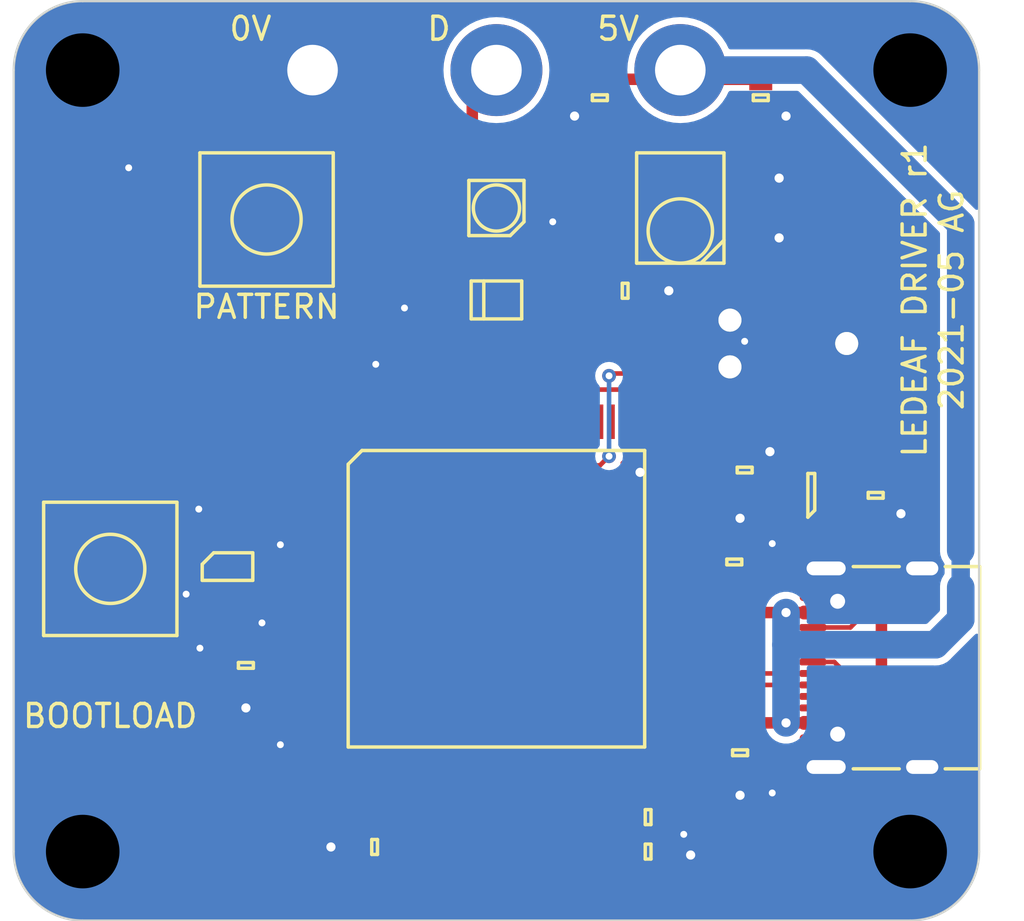
<source format=kicad_pcb>
(kicad_pcb (version 20221018) (generator pcbnew)
  (title_block (title "LEDEAF Driver PCB") (date "2021-05-23") (rev "1") (comment 1 "Drawn By: AG"))
  (layers (0 "F.Cu" signal) (31 "B.Cu" signal) (34 "B.Paste" user) (35 "F.Paste" user) (36 "B.SilkS" user "B.Silkscreen") (37 "F.SilkS" user "F.Silkscreen") (38 "B.Mask" user) (39 "F.Mask" user) (44 "Edge.Cuts" user))
  (net 0 "")
  (net 1 "GND")
  (net 2 "3v3")
  (net 3 "5v")
  (net 4 "Net-(C12-Pad2)")
  (net 5 "Net-(C13-Pad2)")
  (net 6 "Net-(C14-Pad2)")
  (net 7 "Net-(C15-Pad1)")
  (net 8 "/NRST")
  (net 9 "/IR")
  (net 10 "/DOUT")
  (net 11 "/LED")
  (net 20 "Net-(Y1-Pad3)")
  (net 26 "/USER_SW")
  (net 49 "Net-(R5-Pad1)")
  (net 68 "/USB_D-")
  (net 69 "/USB_D+")
  (net 70 "/SWDIO")
  (net 71 "/SWCLK")
  (net 84 "/SWO")
  (net 87 "Net-(R6-Pad1)")
  (net 92 "Net-(J1-PadA5)")
  (net 94 "Net-(J1-PadB5)")
  (footprint "agg:0402" (layer "F.Cu") (at 139.985 81.88 90)
    (fp_text reference "R2")
    (fp_text value "5k1")
  )
  (footprint "agg:0402" (layer "F.Cu") (at 122.7 92.4 180)
    (fp_text reference "C8")
    (fp_text value "100n")
  )
  (footprint "agg:0402" (layer "F.Cu") (at 118.6 79.6 -90)
    (fp_text reference "C21")
    (fp_text value "100n")
  )
  (footprint "agg:0402" (layer "F.Cu") (at 118.6 86 -90)
    (fp_text reference "C7")
    (fp_text value "100n")
  )
  (footprint "agg:0402" (layer "F.Cu") (at 122.3 73.6)
    (fp_text reference "C11")
    (fp_text value "100n")
  )
  (footprint "agg:M3_HOLE" (layer "F.Cu") (at 110 60)
    (fp_text reference "X4" hide)
    (fp_text value "MOUNT" hide)
  )
  (footprint "agg:0603" (layer "F.Cu") (at 139.5 61.2 90)
    (fp_text reference "C19")
    (fp_text value "2µ2")
  )
  (footprint "agg:SW_MOM_6X6" (layer "F.Cu") (at 111.2 81.7 90)
    (fp_text reference "SW2")
    (fp_text value "BOOTLOAD")
  )
  (footprint "agg:0402" (layer "F.Cu") (at 133.1 72.2)
    (fp_text reference "R3")
    (fp_text value "10k")
  )
  (footprint "agg:0402" (layer "F.Cu") (at 118.6 81.7 90)
    (fp_text reference "C6")
    (fp_text value "100n")
  )
  (footprint "agg:SOD-123" (layer "F.Cu") (at 128 70)
    (fp_text reference "D1")
    (fp_text value "1N4148W")
  )
  (footprint "agg:0402" (layer "F.Cu") (at 118.6 88.1 -90)
    (fp_text reference "C22")
    (fp_text value "100n")
  )
  (footprint "agg:0603" (layer "F.Cu") (at 132.5 61.2 90)
    (fp_text reference "C18")
    (fp_text value "2µ2")
  )
  (footprint "agg:0402" (layer "F.Cu") (at 133.1 71 180)
    (fp_text reference "R4")
    (fp_text value "100")
  )
  (footprint "agg:M3_HOLE" (layer "F.Cu") (at 146 94)
    (fp_text reference "X1" hide)
    (fp_text value "MOUNT" hide)
  )
  (footprint "agg:0603" (layer "F.Cu") (at 134.6 94 180)
    (fp_text reference "C12")
    (fp_text value "2µ2")
  )
  (footprint "agg:M2_PTH" (layer "F.Cu") (at 136 60)
    (fp_text reference "J2" hide)
    (fp_text value "5V" hide)
  )
  (footprint "agg:0603" (layer "F.Cu") (at 134.6 92.5)
    (fp_text reference "R5")
    (fp_text value "0R")
  )
  (footprint "agg:TC2030-NL" (layer "F.Cu") (at 140.7 71.9 180)
    (fp_text reference "P1")
    (fp_text value "SWD_TC")
  )
  (footprint "ael:USB4105" (layer "F.Cu") (at 149.125 86 90)
    (fp_text reference "J1")
    (fp_text value "USB4105")
  )
  (footprint "agg:0402" (layer "F.Cu") (at 115.1 86.4 90)
    (fp_text reference "R6")
    (fp_text value "10k")
  )
  (footprint "agg:0603" (layer "F.Cu") (at 138.35 81.4 -90)
    (fp_text reference "C3")
    (fp_text value "2µ2")
  )
  (footprint "agg:0603" (layer "F.Cu") (at 138.8 77.4 -90)
    (fp_text reference "C13")
    (fp_text value "2µ2")
  )
  (footprint "agg:M3_HOLE" (layer "F.Cu") (at 146 60)
    (fp_text reference "X3" hide)
    (fp_text value "MOUNT" hide)
  )
  (footprint "agg:SW_MOM_6X6" (layer "F.Cu") (at 118 66.5)
    (fp_text reference "SW1")
    (fp_text value "USER")
  )
  (footprint "agg:M2_PTH" (layer "F.Cu") (at 120 60)
    (fp_text reference "J4" hide)
    (fp_text value "0V" hide)
  )
  (footprint "agg:M3_HOLE" (layer "F.Cu") (at 110 94)
    (fp_text reference "X2" hide)
    (fp_text value "MOUNT" hide)
  )
  (footprint "agg:0402" (layer "F.Cu") (at 124.8 69.9 -90)
    (fp_text reference "C15")
    (fp_text value "100n")
  )
  (footprint "ael:SOT-23" (layer "F.Cu") (at 141.7 78.5 180)
    (fp_text reference "IC1")
    (fp_text value "XC6206P332MR")
  )
  (footprint "agg:0402" (layer "F.Cu") (at 118.6 83.9 90)
    (fp_text reference "C16")
    (fp_text value "100n")
  )
  (footprint "agg:0603" (layer "F.Cu") (at 122.7 93.8)
    (fp_text reference "C2")
    (fp_text value "2µ2")
  )
  (footprint "agg:0402" (layer "F.Cu") (at 116.3 79.1 180)
    (fp_text reference "C17")
    (fp_text value "100n")
  )
  (footprint "agg:0603" (layer "F.Cu") (at 144.5 78.5 90)
    (fp_text reference "C4")
    (fp_text value "2µ2")
  )
  (footprint "agg:0402" (layer "F.Cu") (at 139.985 90.18 -90)
    (fp_text reference "R1")
    (fp_text value "5k1")
  )
  (footprint "agg:0402" (layer "F.Cu") (at 137.4 76.9 -90)
    (fp_text reference "C10")
    (fp_text value "100n")
  )
  (footprint "agg:0603" (layer "F.Cu") (at 133.6 69.6 180)
    (fp_text reference "C14")
    (fp_text value "2µ2")
  )
  (footprint "agg:0603" (layer "F.Cu") (at 138.6 89.7 90)
    (fp_text reference "C5")
    (fp_text value "2µ2")
  )
  (footprint "ael:XO-32x25" (layer "F.Cu") (at 116.3 81.6)
    (fp_text reference "Y1")
    (fp_text value "20M")
  )
  (footprint "agg:LQFP-100" (layer "F.Cu") (at 128 83)
    (fp_text reference "IC4")
    (fp_text value "STM32F411VxTx")
  )
  (footprint "agg:IRM-H6XXT" (layer "F.Cu") (at 136 66 180)
    (fp_text reference "IC2")
    (fp_text value "IRM-H6xxT")
  )
  (footprint "agg:M2_PTH" (layer "F.Cu") (at 128 60)
    (fp_text reference "J3" hide)
    (fp_text value "D" hide)
  )
  (footprint "agg:0402" (layer "F.Cu") (at 136.8 92.8 -90)
    (fp_text reference "C9")
    (fp_text value "100n")
  )
  (footprint "agg:0603" (layer "F.Cu") (at 117.1 85.9 90)
    (fp_text reference "C1")
    (fp_text value "2µ2")
  )
  (footprint "ael:WS2812B" (layer "F.Cu") (at 128 66)
    (fp_text reference "IC3")
    (fp_text value "WS2812B")
  )
  (gr_arc (start 110 97) (mid 107.87868 96.12132) (end 107 94) (stroke (width 0.1)) (layer "Edge.Cuts"))
  (gr_arc (start 107 60) (mid 107.87868 57.87868) (end 110 57) (stroke (width 0.1)) (layer "Edge.Cuts"))
  (gr_line (start 107 94) (end 107 60) (stroke (width 0.1)) (layer "Edge.Cuts"))
  (gr_arc (start 146 57) (mid 148.12132 57.87868) (end 149 60) (stroke (width 0.1)) (layer "Edge.Cuts"))
  (gr_line (start 149 60) (end 149 94) (stroke (width 0.1)) (layer "Edge.Cuts"))
  (gr_line (start 146 97) (end 110 97) (stroke (width 0.1)) (layer "Edge.Cuts"))
  (gr_arc (start 149 94) (mid 148.12132 96.12132) (end 146 97) (stroke (width 0.1)) (layer "Edge.Cuts"))
  (gr_line (start 110 57) (end 146 57) (stroke (width 0.1)) (layer "Edge.Cuts"))
  (gr_text "D" (at 125.5 58.2) (layer "F.SilkS") (effects (font (size 1 1))))
  (gr_text "5V" (at 133.3 58.2) (layer "F.SilkS") (effects (font (size 1 1))))
  (gr_text "BOOTLOAD" (at 111.2 88.1) (layer "F.SilkS") (effects (font (size 1 1))))
  (gr_text "PATTERN" (at 118 70.3) (layer "F.SilkS") (effects (font (size 1 1))))
  (gr_text "0V" (at 117.3 58.2) (layer "F.SilkS") (effects (font (size 1 1))))
  (gr_text "LEDEAF DRIVER r1\n2021-05 AG" (at 147 70 90) (layer "F.SilkS") (effects (font (size 1 1))))
  (segment (start 144.35 79.45) (end 144.5 79.3) (width 0.5) (layer "F.Cu") (net 1))
  (segment (start 140.27 67.27) (end 140.3 67.3) (width 0.5) (layer "F.Cu") (net 1))
  (segment (start 120.3 81.5) (end 118.85 81.5) (width 0.2) (layer "F.Cu") (net 1))
  (segment (start 135.4 94) (end 136.3 94) (width 0.3) (layer "F.Cu") (net 1))
  (segment (start 139.43 71.26) (end 139.34 71.26) (width 0.5) (layer "F.Cu") (net 1))
  (segment (start 135.7 77.5) (end 134.25 77.5) (width 0.3) (layer "F.Cu") (net 1))
  (segment (start 140.27 64.73) (end 140.3 64.7) (width 0.5) (layer "F.Cu") (net 1))
  (segment (start 136.8 93.25) (end 136.15 93.25) (width 0.3) (layer "F.Cu") (net 1))
  (segment (start 137.25 77.5) (end 137.4 77.35) (width 0.3) (layer "F.Cu") (net 1))
  (segment (start 141.77 89.745) (end 142.345 90.32) (width 0.5) (layer "F.Cu") (net 1))
  (segment (start 134.4 69.6) (end 135.5 69.6) (width 0.5) (layer "F.Cu") (net 1))
  (segment (start 122.25 92.4) (end 122.25 93.45) (width 0.3) (layer "F.Cu") (net 1))
  (segment (start 139.985 80.615) (end 140 80.6) (width 0.3) (layer "F.Cu") (net 1))
  (segment (start 139.985 91.435) (end 140 91.45) (width 0.2) (layer "F.Cu") (net 1))
  (segment (start 141.77 82.255) (end 142.345 81.68) (width 0.5) (layer "F.Cu") (net 1))
  (segment (start 130.45 67.6) (end 130.45 66.6) (width 0.3) (layer "F.Cu") (net 1))
  (segment (start 115.1 85.95) (end 115.1 85.15) (width 0.3) (layer "F.Cu") (net 1))
  (segment (start 142.85 79.45) (end 144.35 79.45) (width 0.5) (layer "F.Cu") (net 1))
  (segment (start 139.985 90.63) (end 139.985 91.435) (width 0.2) (layer "F.Cu") (net 1))
  (segment (start 144.5 79.3) (end 145.6 79.3) (width 0.5) (layer "F.Cu") (net 1))
  (segment (start 138.8 76.6) (end 139.9 76.6) (width 0.5) (layer "F.Cu") (net 1))
  (segment (start 141.77 82.8) (end 141.77 82.255) (width 0.5) (layer "F.Cu") (net 1))
  (segment (start 115.4 82.8) (end 114.5 82.8) (width 0.3) (layer "F.Cu") (net 1))
  (segment (start 135.4 92.5) (end 136.15 93.25) (width 0.3) (layer "F.Cu") (net 1))
  (segment (start 122.25 92) (end 122.25 92.4) (width 0.3) (layer "F.Cu") (net 1))
  (segment (start 122.5 75.3) (end 122.5 74.3) (width 0.3) (layer "F.Cu") (net 1))
  (segment (start 113.45 64.25) (end 112 64.25) (width 0.3) (layer "F.Cu") (net 1))
  (segment (start 138.6 90.5) (end 138.6 91.55) (width 0.5) (layer "F.Cu") (net 1))
  (segment (start 139.15 67.27) (end 140.27 67.27) (width 0.5) (layer "F.Cu") (net 1))
  (segment (start 122.5 91.75) (end 122.25 92) (width 0.3) (layer "F.Cu") (net 1))
  (segment (start 120.3 86.5) (end 118.65 86.5) (width 0.2) (layer "F.Cu") (net 1))
  (segment (start 122.5 90.7) (end 122.5 91.75) (width 0.3) (layer "F.Cu") (net 1))
  (segment (start 118.85 81.5) (end 118.6 81.25) (width 0.2) (layer "F.Cu") (net 1))
  (segment (start 136.3 94) (end 136.45 94.15) (width 0.3) (layer "F.Cu") (net 1))
  (segment (start 132.5 62) (end 131.4 62) (width 0.5) (layer "F.Cu") (net 1))
  (segment (start 118.6 80.05) (end 118.6 81.25) (width 0.3) (layer "F.Cu") (net 1))
  (segment (start 118 84.35) (end 117.8 84.15) (width 0.3) (layer "F.Cu") (net 1))
  (segment (start 122.75 74.05) (end 122.75 73.6) (width 0.3) (layer "F.Cu") (net 1))
  (segment (start 113.45 64.25) (end 122.55 64.25) (width 0.3) (layer "F.Cu") (net 1))
  (segment (start 118.6 84.35) (end 118 84.35) (width 0.3) (layer "F.Cu") (net 1))
  (segment (start 124.8 70.35) (end 124 70.35) (width 0.3) (layer "F.Cu") (net 1))
  (segment (start 117.1 86.7) (end 117.1 87.75) (width 0.3) (layer "F.Cu") (net 1))
  (segment (start 118.6 86.45) (end 117.35 86.45) (width 0.3) (layer "F.Cu") (net 1))
  (segment (start 139.34 71.26) (end 138.8 71.8) (width 0.5) (layer "F.Cu") (net 1))
  (segment (start 139.985 81.43) (end 139.985 80.615) (width 0.3) (layer "F.Cu") (net 1))
  (segment (start 138.6 80.6) (end 138.6 79.5) (width 0.5) (layer "F.Cu") (net 1))
  (segment (start 122.25 93.45) (end 121.9 93.8) (width 0.3) (layer "F.Cu") (net 1))
  (segment (start 122.5 74.3) (end 122.75 74.05) (width 0.3) (layer "F.Cu") (net 1))
  (segment (start 118.6 88.55) (end 118.6 89.35) (width 0.3) (layer "F.Cu") (net 1))
  (segment (start 135.7 77.5) (end 137.25 77.5) (width 0.3) (layer "F.Cu") (net 1))
  (segment (start 117.35 86.45) (end 117.1 86.7) (width 0.3) (layer "F.Cu") (net 1))
  (segment (start 141.77 89.2) (end 141.77 89.745) (width 0.5) (layer "F.Cu") (net 1))
  (segment (start 115.85 79.1) (end 115.05 79.1) (width 0.3) (layer "F.Cu") (net 1))
  (segment (start 139.15 64.73) (end 140.27 64.73) (width 0.5) (layer "F.Cu") (net 1))
  (segment (start 117.8 84.15) (end 117.8 84.05) (width 0.3) (layer "F.Cu") (net 1))
  (segment (start 122.75 73.6) (end 122.75 72.8) (width 0.3) (layer "F.Cu") (net 1))
  (segment (start 139.5 62) (end 140.6 62) (width 0.5) (layer "F.Cu") (net 1))
  (segment (start 118.65 86.5) (end 118.6 86.45) (width 0.2) (layer "F.Cu") (net 1))
  (segment (start 121.9 93.8) (end 120.8 93.8) (width 0.3) (layer "F.Cu") (net 1))
  (via (at 140.6 62) (size 0.8) (drill 0.4) (layers "F.Cu" "B.Cu") (net 1))
  (via (at 115.05 79.1) (size 0.6) (drill 0.3) (layers "F.Cu" "B.Cu") (net 1))
  (via (at 115.1 85.15) (size 0.6) (drill 0.3) (layers "F.Cu" "B.Cu") (net 1))
  (via (at 136.45 94.15) (size 0.8) (drill 0.4) (layers "F.Cu" "B.Cu") (net 1))
  (via (at 140.3 67.3) (size 0.8) (drill 0.4) (layers "F.Cu" "B.Cu") (net 1))
  (via (at 138.6 91.55) (size 0.8) (drill 0.4) (layers "F.Cu" "B.Cu") (net 1))
  (via (at 139.9 76.6) (size 0.8) (drill 0.4) (layers "F.Cu" "B.Cu") (net 1))
  (via (at 114.5 82.8) (size 0.6) (drill 0.3) (layers "F.Cu" "B.Cu") (net 1))
  (via (at 145.6 79.3) (size 0.8) (drill 0.4) (layers "F.Cu" "B.Cu") (net 1))
  (via (at 117.1 87.75) (size 0.8) (drill 0.4) (layers "F.Cu" "B.Cu") (net 1))
  (via (at 140 91.45) (size 0.6) (drill 0.3) (layers "F.Cu" "B.Cu") (net 1))
  (via (at 138.8 71.8) (size 0.6) (drill 0.3) (layers "F.Cu" "B.Cu") (net 1))
  (via (at 118.6 89.35) (size 0.6) (drill 0.3) (layers "F.Cu" "B.Cu") (net 1))
  (via (at 140.3 64.7) (size 0.8) (drill 0.4) (layers "F.Cu" "B.Cu") (net 1))
  (via (at 136.15 93.25) (size 0.6) (drill 0.3) (layers "F.Cu" "B.Cu") (net 1))
  (via (at 112 64.25) (size 0.6) (drill 0.3) (layers "F.Cu" "B.Cu") (net 1))
  (via (at 138.6 79.5) (size 0.8) (drill 0.4) (layers "F.Cu" "B.Cu") (net 1))
  (via (at 124 70.35) (size 0.6) (drill 0.3) (layers "F.Cu" "B.Cu") (net 1))
  (via (at 117.8 84.05) (size 0.6) (drill 0.3) (layers "F.Cu" "B.Cu") (net 1))
  (via (at 118.6 80.65) (size 0.6) (drill 0.3) (layers "F.Cu" "B.Cu") (net 1))
  (via (at 122.75 72.8) (size 0.6) (drill 0.3) (layers "F.Cu" "B.Cu") (net 1))
  (via (at 140 80.6) (size 0.6) (drill 0.3) (layers "F.Cu" "B.Cu") (net 1))
  (via (at 131.4 62) (size 0.8) (drill 0.4) (layers "F.Cu" "B.Cu") (net 1))
  (via (at 120.8 93.8) (size 0.8) (drill 0.4) (layers "F.Cu" "B.Cu") (net 1))
  (via (at 130.45 66.6) (size 0.6) (drill 0.3) (layers "F.Cu" "B.Cu") (net 1))
  (via (at 135.5 69.6) (size 0.8) (drill 0.4) (layers "F.Cu" "B.Cu") (net 1))
  (via (at 134.25 77.5) (size 0.8) (drill 0.4) (layers "F.Cu" "B.Cu") (net 1))
  (segment (start 146.7 79.95) (end 146.7 78.15) (width 0.5) (layer "F.Cu") (net 2))
  (segment (start 117.2 79.55) (end 116.75 79.1) (width 0.3) (layer "F.Cu") (net 2))
  (segment (start 144.5 77.7) (end 144.5 70.65) (width 0.5) (layer "F.Cu") (net 2))
  (segment (start 137.55 92.35) (end 137.9 92.7) (width 0.3) (layer "F.Cu") (net 2))
  (segment (start 136.7 95.1) (end 137.8 95.1) (width 0.5) (layer "F.Cu") (net 2))
  (segment (start 136.8 92.35) (end 137.55 92.35) (width 0.3) (layer "F.Cu") (net 2))
  (segment (start 135.6 71) (end 133.55 71) (width 0.5) (layer "F.Cu") (net 2))
  (segment (start 118.6 82.15) (end 118.45 82.15) (width 0.2) (layer "F.Cu") (net 2))
  (segment (start 123.15 93.45) (end 123.5 93.8) (width 0.3) (layer "F.Cu") (net 2))
  (segment (start 119.2 87.1) (end 119.2 87.5) (width 0.2) (layer "F.Cu") (net 2))
  (segment (start 117.9 87.85) (end 118.1 87.65) (width 0.3) (layer "F.Cu") (net 2))
  (segment (start 119.25 79.5) (end 119.2 79.45) (width 0.3) (layer "F.Cu") (net 2))
  (segment (start 117.5 81.6) (end 117.1 81.6) (width 0.3) (layer "F.Cu") (net 2))
  (segment (start 119.2 79.45) (end 119.2 79.2) (width 0.3) (layer "F.Cu") (net 2))
  (segment (start 116.3 83.7) (end 116.05 83.95) (width 0.3) (layer "F.Cu") (net 2))
  (segment (start 136.6 91.7) (end 136.8 91.9) (width 0.2) (layer "F.Cu") (net 2))
  (segment (start 123.25 95.1) (end 118.4 95.1) (width 0.5) (layer "F.Cu") (net 2))
  (segment (start 108.95 86.75) (end 108.95 86.25) (width 0.5) (layer "F.Cu") (net 2))
  (segment (start 143.25 69.4) (end 142 69.4) (width 0.5) (layer "F.Cu") (net 2))
  (segment (start 117.9 88.15) (end 117.9 87.85) (width 0.3) (layer "F.Cu") (net 2))
  (segment (start 116.05 83.95) (end 116.05 85.05) (width 0.3) (layer "F.Cu") (net 2))
  (segment (start 123.15 92.4) (end 123.15 93.45) (width 0.3) (layer "F.Cu") (net 2))
  (segment (start 117.1 81.6) (end 116.65 81.6) (width 0.3) (layer "F.Cu") (net 2))
  (segment (start 119.2 79.2) (end 119.15 79.15) (width 0.3) (layer "F.Cu") (net 2))
  (segment (start 118.6 82.15) (end 118.05 82.15) (width 0.3) (layer "F.Cu") (net 2))
  (segment (start 136.55 77) (end 135.7 77) (width 0.3) (layer "F.Cu") (net 2))
  (segment (start 116.05 88.2) (end 116.55 88.7) (width 0.5) (layer "F.Cu") (net 2))
  (segment (start 108.95 75) (end 110.35 73.6) (width 0.5) (layer "F.Cu") (net 2))
  (segment (start 118.6 79.15) (end 117.15 79.15) (width 0.3) (layer "F.Cu") (net 2))
  (segment (start 117.1 85.1) (end 116.1 85.1) (width 0.3) (layer "F.Cu") (net 2))
  (segment (start 116.65 81.6) (end 116.3 81.95) (width 0.3) (layer "F.Cu") (net 2))
  (segment (start 123.15 91.9) (end 123.15 92.4) (width 0.3) (layer "F.Cu") (net 2))
  (segment (start 146.7 78.15) (end 146.25 77.7) (width 0.5) (layer "F.Cu") (net 2))
  (segment (start 137.1 76.45) (end 136.55 77) (width 0.3) (layer "F.Cu") (net 2))
  (segment (start 108.95 77.15) (end 108.95 75) (width 0.5) (layer "F.Cu") (net 2))
  (segment (start 141.97 69.43) (end 142 69.4) (width 0.3) (layer "F.Cu") (net 2))
  (segment (start 123 90.7) (end 123 91.75) (width 0.3) (layer "F.Cu") (net 2))
  (segment (start 116.05 85.35) (end 116.05 85.05) (width 0.3) (layer "F.Cu") (net 2))
  (segment (start 142.9 77.5) (end 142.85 77.55) (width 0.3) (layer "F.Cu") (net 2))
  (segment (start 137.4 76.45) (end 137.4 75.95) (width 0.3) (layer "F.Cu") (net 2))
  (segment (start 146.35 80.3) (end 146.7 79.95) (width 0.5) (layer "F.Cu") (net 2))
  (segment (start 120.3 87.5) (end 119.2 87.5) (width 0.2) (layer "F.Cu") (net 2))
  (segment (start 141.97 71.26) (end 141.97 69.43) (width 0.3) (layer "F.Cu") (net 2))
  (segment (start 110.35 73.6) (end 121.85 73.6) (width 0.5) (layer "F.Cu") (net 2))
  (segment (start 123.5 93.8) (end 123.5 95) (width 0.5) (layer "F.Cu") (net 2))
  (segment (start 136.8 91.9) (end 136.8 92.35) (width 0.2) (layer "F.Cu") (net 2))
  (segment (start 116.9 88.7) (end 117.35 88.7) (width 0.5) (layer "F.Cu") (net 2))
  (segment (start 146.25 77.7) (end 144.5 77.7) (width 0.5) (layer "F.Cu") (net 2))
  (segment (start 134.1 91.7) (end 136.6 91.7) (width 0.2) (layer "F.Cu") (net 2))
  (segment (start 116.05 85.35) (end 116.05 88.2) (width 0.3) (layer "F.Cu") (net 2))
  (segment (start 116.8 79.15) (end 116.75 79.1) (width 0.3) (layer "F.Cu") (net 2))
  (segment (start 117.55 85.55) (end 117.1 85.1) (width 0.2) (layer "F.Cu") (net 2))
  (segment (start 136.3 95.1) (end 136.7 95.1) (width 0.5) (layer "F.Cu") (net 2))
  (segment (start 122 73.75) (end 121.85 73.6) (width 0.3) (layer "F.Cu") (net 2))
  (segment (start 117.2 80.4) (end 117.2 79.55) (width 0.3) (layer "F.Cu") (net 2))
  (segment (start 119.2 87.5) (end 118.75 87.5) (width 0.2) (layer "F.Cu") (net 2))
  (segment (start 137.2 69.4) (end 135.6 71) (width 0.5) (layer "F.Cu") (net 2))
  (segment (start 144.75 91.2) (end 144.75 81.2) (width 0.5) (layer "F.Cu") (net 2))
  (segment (start 117.2 81.5) (end 117.1 81.6) (width 0.3) (layer "F.Cu") (net 2))
  (segment (start 134 90.7) (end 134 91.6) (width 0.2) (layer "F.Cu") (net 2))
  (segment (start 138 75.35) (end 142.4 75.35) (width 0.3) (layer "F.Cu") (net 2))
  (segment (start 137.4 76.45) (end 137.1 76.45) (width 0.3) (layer "F.Cu") (net 2))
  (segment (start 116.05 88.2) (end 110.4 88.2) (width 0.5) (layer "F.Cu") (net 2))
  (segment (start 117.2 80.4) (end 117.2 81.5) (width 0.3) (layer "F.Cu") (net 2))
  (segment (start 142.4 75.35) (end 142.9 75.85) (width 0.3) (layer "F.Cu") (net 2))
  (segment (start 137.9 92.7) (end 137.9 95) (width 0.3) (layer "F.Cu") (net 2))
  (segment (start 134 91.6) (end 134.1 91.7) (width 0.2) (layer "F.Cu") (net 2))
  (segment (start 119.3 87) (end 119.2 87.1) (width 0.2) (layer "F.Cu") (net 2))
  (segment (start 118.75 85.55) (end 118.6 85.55) (width 0.2) (layer "F.Cu") (net 2))
  (segment (start 120.3 79.5) (end 119.25 79.5) (width 0.3) (layer "F.Cu") (net 2))
  (segment (start 120.3 86) (end 119.2 86) (width 0.2) (layer "F.Cu") (net 2))
  (segment (start 108.95 77.15) (end 108.95 86.25) (width 0.5) (layer "F.Cu") (net 2))
  (segment (start 116.3 81.95) (end 116.3 83.7) (width 0.3) (layer "F.Cu") (net 2))
  (segment (start 144.5 70.65) (end 143.25 69.4) (width 0.5) (layer "F.Cu") (net 2))
  (segment (start 137.4 75.95) (end 138 75.35) (width 0.3) (layer "F.Cu") (net 2))
  (segment (start 118.75 87.5) (end 118.6 87.65) (width 0.2) (layer "F.Cu") (net 2))
  (segment (start 144.35 77.55) (end 144.5 77.7) (width 0.5) (layer "F.Cu") (net 2))
  (segment (start 117.15 79.15) (end 116.8 79.15) (width 0.3) (layer "F.Cu") (net 2))
  (segment (start 142.85 77.55) (end 144.35 77.55) (width 0.5) (layer "F.Cu") (net 2))
  (segment (start 118.75 82) (end 118.6 82.15) (width 0.2) (layer "F.Cu") (net 2))
  (segment (start 144.75 81.2) (end 145.65 80.3) (width 0.5) (layer "F.Cu") (net 2))
  (segment (start 120.3 82) (end 118.75 82) (width 0.2) (layer "F.Cu") (net 2))
  (segment (start 133.55 71) (end 133.55 72.2) (width 0.3) (layer "F.Cu") (net 2))
  (segment (start 118.6 85.55) (end 117.55 85.55) (width 0.2) (layer "F.Cu") (net 2))
  (segment (start 122 75.3) (end 122 73.75) (width 0.3) (layer "F.Cu") (net 2))
  (segment (start 118.05 82.15) (end 117.5 81.6) (width 0.3) (layer "F.Cu") (net 2))
  (segment (start 116.1 85.1) (end 116.05 85.05) (width 0.3) (layer "F.Cu") (net 2))
  (segment (start 119.2 86) (end 118.75 85.55) (width 0.2) (layer "F.Cu") (net 2))
  (segment (start 142 69.4) (end 137.2 69.4) (width 0.5) (layer "F.Cu") (net 2))
  (segment (start 142.9 75.85) (end 142.9 77.5) (width 0.3) (layer "F.Cu") (net 2))
  (segment (start 116.9 93.6) (end 116.9 88.7) (width 0.5) (layer "F.Cu") (net 2))
  (segment (start 116.55 88.7) (end 116.9 88.7) (width 0.5) (layer "F.Cu") (net 2))
  (segment (start 120.3 87) (end 119.3 87) (width 0.2) (layer "F.Cu") (net 2))
  (segment (start 117.35 88.7) (end 117.9 88.15) (width 0.3) (layer "F.Cu") (net 2))
  (segment (start 117.2 79.2) (end 117.15 79.15) (width 0.3) (layer "F.Cu") (net 2))
  (segment (start 117.2 79.55) (end 117.2 79.2) (width 0.3) (layer "F.Cu") (net 2))
  (segment (start 137.8 95.1) (end 140.85 95.1) (width 0.5) (layer "F.Cu") (net 2))
  (segment (start 123 91.75) (end 123.15 91.9) (width 0.3) (layer "F.Cu") (net 2))
  (segment (start 123.5 95) (end 123.4 95.1) (width 0.5) (layer "F.Cu") (net 2))
  (segment (start 117.55 80.75) (end 117.2 80.4) (width 0.2) (layer "F.Cu") (net 2))
  (segment (start 118.1 87.65) (end 118.6 87.65) (width 0.3) (layer "F.Cu") (net 2))
  (segment (start 140.85 95.1) (end 144.75 91.2) (width 0.5) (layer "F.Cu") (net 2))
  (segment (start 137.9 95) (end 137.8 95.1) (width 0.3) (layer "F.Cu") (net 2))
  (segment (start 145.65 80.3) (end 146.35 80.3) (width 0.5) (layer "F.Cu") (net 2))
  (segment (start 136.3 95.1) (end 123.25 95.1) (width 0.5) (layer "F.Cu") (net 2))
  (segment (start 123.4 95.1) (end 123.25 95.1) (width 0.5) (layer "F.Cu") (net 2))
  (segment (start 119.15 79.15) (end 118.6 79.15) (width 0.3) (layer "F.Cu") (net 2))
  (segment (start 110.4 88.2) (end 108.95 86.75) (width 0.5) (layer "F.Cu") (net 2))
  (segment (start 118.4 95.1) (end 116.9 93.6) (width 0.5) (layer "F.Cu") (net 2))
  (segment (start 133.15 63.2) (end 133.6 62.75) (width 0.3) (layer "F.Cu") (net 3))
  (segment (start 140.5 78.5) (end 140.55 78.5) (width 0.3) (layer "F.Cu") (net 3))
  (segment (start 139.25 80.15) (end 140.2 79.2) (width 0.3) (layer "F.Cu") (net 3))
  (segment (start 133.55 60.4) (end 135.6 60.4) (width 0.5) (layer "F.Cu") (net 3))
  (segment (start 138.6 83.15) (end 138.6 82.2) (width 0.5) (layer "F.Cu") (net 3))
  (segment (start 139.5 60.4) (end 136.4 60.4) (width 0.5) (layer "F.Cu") (net 3))
  (segment (start 140.2 79.2) (end 140.2 78.8) (width 0.3) (layer "F.Cu") (net 3))
  (segment (start 135.6 60.4) (end 136 60) (width 0.3) (layer "F.Cu") (net 3))
  (segment (start 129.7 65.75) (end 131.3 65.75) (width 0.3) (layer "F.Cu") (net 3))
  (segment (start 140.2 78.8) (end 140.5 78.5) (width 0.3) (layer "F.Cu") (net 3))
  (segment (start 132.25 63.2) (end 133.15 63.2) (width 0.3) (layer "F.Cu") (net 3))
  (segment (start 133.6 60.45) (end 133.55 60.4) (width 0.3) (layer "F.Cu") (net 3))
  (segment (start 139.05 83.6) (end 138.6 83.15) (width 0.5) (layer "F.Cu") (net 3))
  (segment (start 131.3 65.75) (end 131.7 65.35) (width 0.3) (layer "F.Cu") (net 3))
  (segment (start 139.1 88.4) (end 138.6 88.9) (width 0.5) (layer "F.Cu") (net 3))
  (segment (start 131.7 65.35) (end 131.7 63.75) (width 0.3) (layer "F.Cu") (net 3))
  (segment (start 141.77 88.4) (end 139.1 88.4) (width 0.5) (layer "F.Cu") (net 3))
  (segment (start 129 66.45) (end 129.7 65.75) (width 0.3) (layer "F.Cu") (net 3))
  (segment (start 138.4 82.2) (end 139.25 81.35) (width 0.3) (layer "F.Cu") (net 3))
  (segment (start 129 69.2) (end 129 66.45) (width 0.3) (layer "F.Cu") (net 3))
  (segment (start 141.77 83.6) (end 139.05 83.6) (width 0.5) (layer "F.Cu") (net 3))
  (segment (start 139.25 81.35) (end 139.25 80.15) (width 0.3) (layer "F.Cu") (net 3))
  (segment (start 133.6 62.75) (end 133.6 60.45) (width 0.3) (layer "F.Cu") (net 3))
  (segment (start 129.8 70) (end 129 69.2) (width 0.3) (layer "F.Cu") (net 3))
  (segment (start 132.5 60.4) (end 133.55 60.4) (width 0.5) (layer "F.Cu") (net 3))
  (segment (start 136.4 60.4) (end 136 60) (width 0.3) (layer "F.Cu") (net 3))
  (segment (start 131.7 63.75) (end 132.25 63.2) (width 0.3) (layer "F.Cu") (net 3))
  (via (at 140.6 83.6) (size 0.8) (drill 0.4) (layers "F.Cu" "B.Cu") (net 3))
  (via (at 140.6 88.4) (size 0.8) (drill 0.4) (layers "F.Cu" "B.Cu") (net 3))
  (segment (start 148.2 82.5) (end 148.2 80.9) (width 0.8) (layer "B.Cu") (net 3))
  (segment (start 148.2 80.9) (end 148.2 66.7) (width 1.2) (layer "B.Cu") (net 3))
  (segment (start 148.2 66.7) (end 141.5 60) (width 1.2) (layer "B.Cu") (net 3))
  (segment (start 140.6 85) (end 140.6 88.4) (width 1.2) (layer "B.Cu") (net 3))
  (segment (start 148.2 83.9) (end 148.2 82.5) (width 1.2) (layer "B.Cu") (net 3))
  (segment (start 141.5 60) (end 136 60) (width 1.2) (layer "B.Cu") (net 3))
  (segment (start 140.6 85) (end 147.1 85) (width 1.2) (layer "B.Cu") (net 3))
  (segment (start 147.1 85) (end 148.2 83.9) (width 1.2) (layer "B.Cu") (net 3))
  (segment (start 140.6 83.6) (end 140.6 85) (width 1.2) (layer "B.Cu") (net 3))
  (segment (start 133.1 94) (end 133.8 94) (width 0.2) (layer "F.Cu") (net 4))
  (segment (start 133 90.7) (end 133 93.9) (width 0.2) (layer "F.Cu") (net 4))
  (segment (start 133 93.9) (end 133.1 94) (width 0.2) (layer "F.Cu") (net 4))
  (segment (start 137.05 78.2) (end 138.8 78.2) (width 0.3) (layer "F.Cu") (net 5))
  (segment (start 136.85 78) (end 137.05 78.2) (width 0.3) (layer "F.Cu") (net 5))
  (segment (start 135.7 78) (end 136.85 78) (width 0.3) (layer "F.Cu") (net 5))
  (segment (start 132.85 67.27) (end 132.85 69.55) (width 0.5) (layer "F.Cu") (net 6))
  (segment (start 132.85 69.55) (end 132.8 69.6) (width 0.5) (layer "F.Cu") (net 6))
  (segment (start 132.65 71) (end 132.65 69.75) (width 0.3) (layer "F.Cu") (net 6))
  (segment (start 124.8 69.45) (end 125.65 69.45) (width 0.5) (layer "F.Cu") (net 7))
  (segment (start 124.4 64.4) (end 124.1 64.7) (width 0.5) (layer "F.Cu") (net 7))
  (segment (start 124.1 64.7) (end 124.1 68.75) (width 0.5) (layer "F.Cu") (net 7))
  (segment (start 125.55 64.4) (end 124.4 64.4) (width 0.5) (layer "F.Cu") (net 7))
  (segment (start 124.1 68.75) (end 124.8 69.45) (width 0.5) (layer "F.Cu") (net 7))
  (segment (start 125.65 69.45) (end 126.2 70) (width 0.5) (layer "F.Cu") (net 7))
  (segment (start 121.6 83.2) (end 121.6 78) (width 0.2) (layer "F.Cu") (net 8))
  (segment (start 121.3 83.5) (end 121.6 83.2) (width 0.2) (layer "F.Cu") (net 8))
  (segment (start 133 73.2) (end 132.9 73.3) (width 0.2) (layer "F.Cu") (net 8))
  (segment (start 122.4 77.2) (end 132.5 77.2) (width 0.2) (layer "F.Cu") (net 8))
  (segment (start 132.5 77.2) (end 132.9 76.8) (width 0.2) (layer "F.Cu") (net 8))
  (segment (start 140.7 70.6) (end 140.1 70) (width 0.2) (layer "F.Cu") (net 8))
  (segment (start 120.3 83.5) (end 121.3 83.5) (width 0.2) (layer "F.Cu") (net 8))
  (segment (start 134.3 73.2) (end 133 73.2) (width 0.2) (layer "F.Cu") (net 8))
  (segment (start 140.1 70) (end 137.5 70) (width 0.2) (layer "F.Cu") (net 8))
  (segment (start 137.5 70) (end 134.3 73.2) (width 0.2) (layer "F.Cu") (net 8))
  (segment (start 140.7 71.26) (end 140.7 70.6) (width 0.2) (layer "F.Cu") (net 8))
  (segment (start 121.6 78) (end 122.4 77.2) (width 0.2) (layer "F.Cu") (net 8))
  (segment (start 118.65 83.5) (end 118.6 83.45) (width 0.2) (layer "F.Cu") (net 8))
  (segment (start 120.3 83.5) (end 118.65 83.5) (width 0.2) (layer "F.Cu") (net 8))
  (via (at 132.9 76.8) (size 0.6) (drill 0.3) (layers "F.Cu" "B.Cu") (net 8))
  (via (at 132.9 73.3) (size 0.6) (drill 0.3) (layers "F.Cu" "B.Cu") (net 8))
  (segment (start 132.9 76.8) (end 132.9 73.3) (width 0.2) (layer "B.Cu") (net 8))
  (segment (start 127 73.1) (end 127.9 72.2) (width 0.2) (layer "F.Cu") (net 9))
  (segment (start 127.9 72.2) (end 131.7 72.2) (width 0.2) (layer "F.Cu") (net 9))
  (segment (start 132.85 65.15) (end 131.7 66.3) (width 0.2) (layer "F.Cu") (net 9))
  (segment (start 132.85 64.73) (end 132.85 65.15) (width 0.3) (layer "F.Cu") (net 9))
  (segment (start 131.7 66.3) (end 131.7 72.2) (width 0.2) (layer "F.Cu") (net 9))
  (segment (start 131.7 72.2) (end 132.65 72.2) (width 0.2) (layer "F.Cu") (net 9))
  (segment (start 127 75.3) (end 127 73.1) (width 0.2) (layer "F.Cu") (net 9))
  (segment (start 126.95 61.05) (end 128 60) (width 0.5) (layer "F.Cu") (net 10))
  (segment (start 126.95 66.2) (end 126.95 61.05) (width 0.5) (layer "F.Cu") (net 10))
  (segment (start 125.55 67.6) (end 126.95 66.2) (width 0.5) (layer "F.Cu") (net 10))
  (segment (start 126.5 71.4) (end 127.75 70.15) (width 0.2) (layer "F.Cu") (net 11))
  (segment (start 127.75 70.15) (end 127.75 64.9) (width 0.2) (layer "F.Cu") (net 11))
  (segment (start 128.25 64.4) (end 130.45 64.4) (width 0.2) (layer "F.Cu") (net 11))
  (segment (start 127.75 64.9) (end 128.25 64.4) (width 0.2) (layer "F.Cu") (net 11))
  (segment (start 126.5 75.3) (end 126.5 71.4) (width 0.2) (layer "F.Cu") (net 11))
  (segment (start 119.25 82.8) (end 119.25 82.5) (width 0.2) (layer "F.Cu") (net 20))
  (segment (start 119.25 82.5) (end 120.3 82.5) (width 0.2) (layer "F.Cu") (net 20))
  (segment (start 117.2 82.8) (end 119.25 82.8) (width 0.2) (layer "F.Cu") (net 20))
  (segment (start 124.5 75.3) (end 124.5 72.45) (width 0.2) (layer "F.Cu") (net 26))
  (segment (start 122.55 68.75) (end 122.55 70.5) (width 0.2) (layer "F.Cu") (net 26))
  (segment (start 122.55 68.75) (end 113.45 68.75) (width 0.3) (layer "F.Cu") (net 26))
  (segment (start 124.5 72.45) (end 122.55 70.5) (width 0.2) (layer "F.Cu") (net 26))
  (segment (start 133.5 90.7) (end 133.5 92.2) (width 0.2) (layer "F.Cu") (net 49))
  (segment (start 133.5 92.2) (end 133.8 92.5) (width 0.2) (layer "F.Cu") (net 49))
  (segment (start 136.95 86.3) (end 136.95 79.75) (width 0.2) (layer "F.Cu") (net 68))
  (segment (start 142.9 85.95) (end 142.7 85.75) (width 0.2) (layer "F.Cu") (net 68))
  (segment (start 136.7 79.5) (end 135.7 79.5) (width 0.2) (layer "F.Cu") (net 68))
  (segment (start 142.9 86.55) (end 142.9 85.95) (width 0.2) (layer "F.Cu") (net 68))
  (segment (start 142.7 86.75) (end 142.9 86.55) (width 0.2) (layer "F.Cu") (net 68))
  (segment (start 141.77 86.75) (end 142.7 86.75) (width 0.2) (layer "F.Cu") (net 68))
  (segment (start 137.4 86.75) (end 136.95 86.3) (width 0.2) (layer "F.Cu") (net 68))
  (segment (start 141.77 86.75) (end 137.4 86.75) (width 0.2) (layer "F.Cu") (net 68))
  (segment (start 142.7 85.75) (end 141.77 85.75) (width 0.2) (layer "F.Cu") (net 68))
  (segment (start 136.95 79.75) (end 136.7 79.5) (width 0.2) (layer "F.Cu") (net 68))
  (segment (start 137.4 86) (end 137.4 79.4) (width 0.2) (layer "F.Cu") (net 69))
  (segment (start 137.4 79.4) (end 137 79) (width 0.2) (layer "F.Cu") (net 69))
  (segment (start 141.77 86.25) (end 140.75 86.25) (width 0.2) (layer "F.Cu") (net 69))
  (segment (start 140.5 85.5) (end 140.75 85.25) (width 0.2) (layer "F.Cu") (net 69))
  (segment (start 140.75 86.25) (end 137.65 86.25) (width 0.2) (layer "F.Cu") (net 69))
  (segment (start 137.65 86.25) (end 137.4 86) (width 0.2) (layer "F.Cu") (net 69))
  (segment (start 140.75 85.25) (end 141.77 85.25) (width 0.2) (layer "F.Cu") (net 69))
  (segment (start 137 79) (end 135.7 79) (width 0.2) (layer "F.Cu") (net 69))
  (segment (start 140.5 86.25) (end 140.5 85.5) (width 0.2) (layer "F.Cu") (net 69))
  (segment (start 140.8 85.25) (end 141.77 85.25) (width 0.2) (layer "F.Cu") (net 69))
  (segment (start 133.75 78.5) (end 133.5 78.25) (width 0.2) (layer "F.Cu") (net 70))
  (segment (start 133.5 77.1) (end 133.9 76.7) (width 0.2) (layer "F.Cu") (net 70))
  (segment (start 133.5 78.25) (end 133.5 77.1) (width 0.2) (layer "F.Cu") (net 70))
  (segment (start 141.25 74.8) (end 141.97 74.08) (width 0.2) (layer "F.Cu") (net 70))
  (segment (start 137.65 74.8) (end 141.25 74.8) (width 0.2) (layer "F.Cu") (net 70))
  (segment (start 135.7 78.5) (end 133.75 78.5) (width 0.2) (layer "F.Cu") (net 70))
  (segment (start 134.75 76.3) (end 136.15 76.3) (width 0.2) (layer "F.Cu") (net 70))
  (segment (start 141.97 74.08) (end 141.97 72.53) (width 0.2) (layer "F.Cu") (net 70))
  (segment (start 133.9 76.7) (end 134.35 76.7) (width 0.2) (layer "F.Cu") (net 70))
  (segment (start 134.35 76.7) (end 134.75 76.3) (width 0.2) (layer "F.Cu") (net 70))
  (segment (start 136.15 76.3) (end 137.65 74.8) (width 0.2) (layer "F.Cu") (net 70))
  (segment (start 136.45 75.3) (end 137.45 74.3) (width 0.2) (layer "F.Cu") (net 71))
  (segment (start 140.15 74.3) (end 140.7 73.75) (width 0.2) (layer "F.Cu") (net 71))
  (segment (start 137.45 74.3) (end 140.15 74.3) (width 0.2) (layer "F.Cu") (net 71))
  (segment (start 134 75.3) (end 136.45 75.3) (width 0.2) (layer "F.Cu") (net 71))
  (segment (start 140.7 73.75) (end 140.7 72.53) (width 0.2) (layer "F.Cu") (net 71))
  (segment (start 139.43 73.57) (end 139.43 72.53) (width 0.2) (layer "F.Cu") (net 84))
  (segment (start 127.5 74.15) (end 127.75 73.9) (width 0.2) (layer "F.Cu") (net 84))
  (segment (start 139.1 73.9) (end 139.43 73.57) (width 0.2) (layer "F.Cu") (net 84))
  (segment (start 127.5 75.3) (end 127.5 74.15) (width 0.2) (layer "F.Cu") (net 84))
  (segment (start 127.75 73.9) (end 139.1 73.9) (width 0.2) (layer "F.Cu") (net 84))
  (segment (start 113.45 77.15) (end 113.45 86.25) (width 0.3) (layer "F.Cu") (net 87))
  (segment (start 124.8 76.55) (end 121.55 76.55) (width 0.2) (layer "F.Cu") (net 87))
  (segment (start 114 76.25) (end 113.45 76.8) (width 0.2) (layer "F.Cu") (net 87))
  (segment (start 113.95 86.85) (end 113.45 86.35) (width 0.3) (layer "F.Cu") (net 87))
  (segment (start 125 75.3) (end 125 76.35) (width 0.2) (layer "F.Cu") (net 87))
  (segment (start 113.45 86.35) (end 113.45 86.25) (width 0.3) (layer "F.Cu") (net 87))
  (segment (start 113.45 76.8) (end 113.45 77.15) (width 0.2) (layer "F.Cu") (net 87))
  (segment (start 121.55 76.55) (end 121.25 76.25) (width 0.2) (layer "F.Cu") (net 87))
  (segment (start 115.1 86.85) (end 113.95 86.85) (width 0.3) (layer "F.Cu") (net 87))
  (segment (start 125 76.35) (end 124.8 76.55) (width 0.2) (layer "F.Cu") (net 87))
  (segment (start 121.25 76.25) (end 114 76.25) (width 0.2) (layer "F.Cu") (net 87))
  (segment (start 143.45 91.4) (end 141.25 91.4) (width 0.2) (layer "F.Cu") (net 92))
  (segment (start 140.8 90) (end 140.53 89.73) (width 0.2) (layer "F.Cu") (net 92))
  (segment (start 140.53 89.73) (end 139.985 89.73) (width 0.2) (layer "F.Cu") (net 92))
  (segment (start 141.77 87.25) (end 143.3 87.25) (width 0.2) (layer "F.Cu") (net 92))
  (segment (start 143.95 90.9) (end 143.45 91.4) (width 0.2) (layer "F.Cu") (net 92))
  (segment (start 140.8 90.95) (end 140.8 90) (width 0.2) (layer "F.Cu") (net 92))
  (segment (start 143.3 87.25) (end 143.95 87.9) (width 0.2) (layer "F.Cu") (net 92))
  (segment (start 141.25 91.4) (end 140.8 90.95) (width 0.2) (layer "F.Cu") (net 92))
  (segment (start 143.95 87.9) (end 143.95 90.9) (width 0.2) (layer "F.Cu") (net 92))
  (segment (start 144.05 83.6) (end 144.05 81.15) (width 0.2) (layer "F.Cu") (net 94))
  (segment (start 140.62 82.33) (end 139.985 82.33) (width 0.2) (layer "F.Cu") (net 94))
  (segment (start 143.6 80.7) (end 141.25 80.7) (width 0.2) (layer "F.Cu") (net 94))
  (segment (start 141.25 80.7) (end 140.85 81.1) (width 0.2) (layer "F.Cu") (net 94))
  (segment (start 140.85 81.1) (end 140.85 82.1) (width 0.2) (layer "F.Cu") (net 94))
  (segment (start 143.4 84.25) (end 144.05 83.6) (width 0.2) (layer "F.Cu") (net 94))
  (segment (start 140.85 82.1) (end 140.62 82.33) (width 0.2) (layer "F.Cu") (net 94))
  (segment (start 141.77 84.25) (end 143.4 84.25) (width 0.2) (layer "F.Cu") (net 94))
  (segment (start 144.05 81.15) (end 143.6 80.7) (width 0.2) (layer "F.Cu") (net 94))
  (zone (net 1) (net_name "GND") (layer "B.Cu") (connect_pads yes (clearance 0.3)) (min_thickness 0.2) (fill yes (thermal_gap 0.4) (thermal_bridge_width 0.4) (smoothing fillet) (radius 1))
    (polygon (pts (xy 149 97) (xy 107 97) (xy 107 57) (xy 149 57)))
  )
)
</source>
